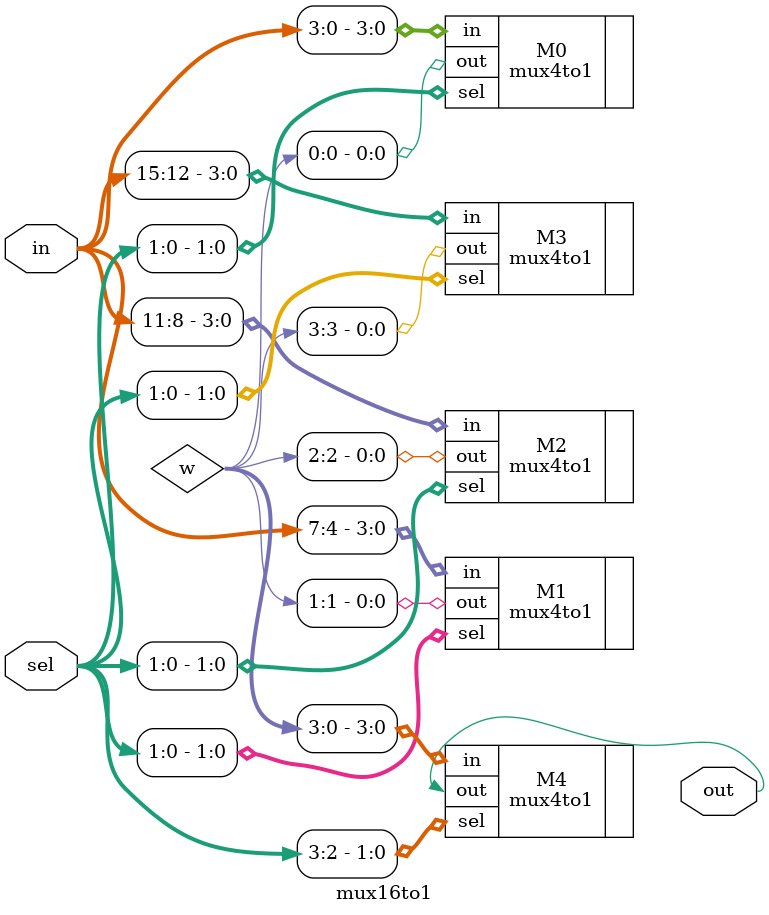
<source format=v>
module mux16to1(in,sel,out);
input [15:0] in;
input [3:0] sel;
output out;

/*simple behavioral
assign out=in[sel];*/

// structural from 5 4to1 mux
wire [4:0] w;
mux4to1 M0 (.in(in[3:0]),.sel(sel[1:0]),.out(w[0]));
mux4to1 M1 (.in(in[7:4]),.sel(sel[1:0]),.out(w[1]));
mux4to1 M2 (.in(in[11:8]),.sel(sel[1:0]),.out(w[2]));
mux4to1 M3 (.in(in[15:12]),.sel(sel[1:0]),.out(w[3]));
mux4to1 M4 (.in(w[3:0]),.sel(sel[3:2]),.out(out));

endmodule
</source>
